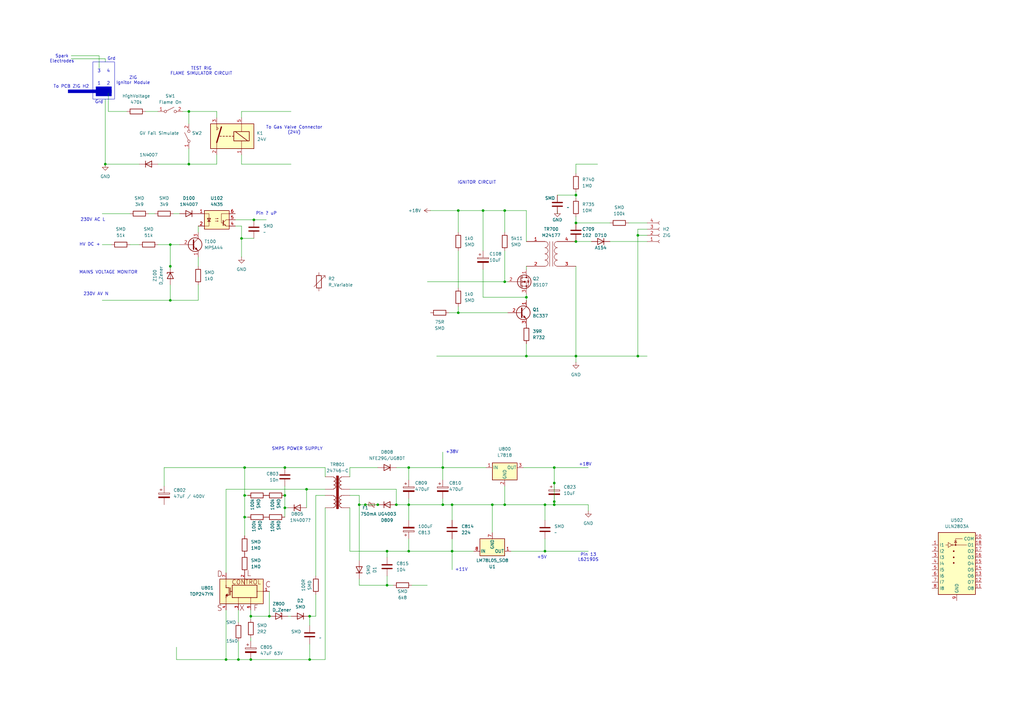
<source format=kicad_sch>
(kicad_sch (version 20231120) (generator "eeschema") (generator_version "8.0")
  (paper "A3")
  (title_block (title "GlowWorm cxi, hxi & sxi SYMS17.0 PCB") (date "2024-12-28") (rev "V1.0") (comment 1 "My Best Guess - So Check Carefully!!"))
  (lib_symbols
    (symbol "Connector:Conn_01x04_Socket" (pin_names (offset 1.016) hide)
      (property "Reference" "J" (at 0 5.08 0))
      (property "Value" "Conn_01x04_Socket" (at 0 -7.62 0))
      (symbol "Conn_01x04_Socket_1_1"
        (pin passive line (at -5.08 2.54 0) (length 3.81) (name "Pin_1") (number "1"))
        (pin passive line (at -5.08 0 0) (length 3.81) (name "Pin_2") (number "2"))
        (pin passive line (at -5.08 -2.54 0) (length 3.81) (name "Pin_3") (number "3"))
        (pin passive line (at -5.08 -5.08 0) (length 3.81) (name "Pin_4") (number "4"))
      )
    )
    (symbol "Device:C" (pin_numbers hide) (pin_names (offset 0.254))
      (property "Reference" "C" (at 0.635 2.54 0))
      (property "Value" "C" (at 0.635 -2.54 0))
      (symbol "C_1_1"
        (pin passive line (at 0 3.81 270) (length 2.794) (name "~") (number "1"))
        (pin passive line (at 0 -3.81 90) (length 2.794) (name "~") (number "2"))
      )
    )
    (symbol "Device:C_Polarized" (pin_numbers hide) (pin_names (offset 0.254))
      (property "Reference" "C" (at 0.635 2.54 0))
      (property "Value" "C_Polarized" (at 0.635 -2.54 0))
      (symbol "C_Polarized_1_1"
        (pin passive line (at 0 3.81 270) (length 2.794) (name "~") (number "1"))
        (pin passive line (at 0 -3.81 90) (length 2.794) (name "~") (number "2"))
      )
    )
    (symbol "Device:D" (pin_numbers hide) (pin_names (offset 1.016) hide)
      (property "Reference" "D" (at 0 2.54 0))
      (property "Value" "D" (at 0 -2.54 0))
      (symbol "D_1_1"
        (pin passive line (at -3.81 0 0) (length 2.54) (name "K") (number "1"))
        (pin passive line (at 3.81 0 180) (length 2.54) (name "A") (number "2"))
      )
    )
    (symbol "Device:D_Zener" (pin_numbers hide) (pin_names (offset 1.016) hide)
      (property "Reference" "D" (at 0 2.54 0))
      (property "Value" "D_Zener" (at 0 -2.54 0))
      (symbol "D_Zener_1_1"
        (pin passive line (at -3.81 0 0) (length 2.54) (name "K") (number "1"))
        (pin passive line (at 3.81 0 180) (length 2.54) (name "A") (number "2"))
      )
    )
    (symbol "Device:Polyfuse_Small" (pin_numbers hide) (pin_names (offset 0))
      (property "Reference" "F" (at -1.905 0 90))
      (property "Value" "Polyfuse_Small" (at 1.905 0 90))
      (symbol "Polyfuse_Small_1_1"
        (pin passive line (at 0 2.54 270) (length 0.635) (name "~") (number "1"))
        (pin passive line (at 0 -2.54 90) (length 0.635) (name "~") (number "2"))
      )
    )
    (symbol "Device:R" (pin_numbers hide) (pin_names (offset 0))
      (property "Reference" "R" (at 2.032 0 90))
      (property "Value" "R" (at 0 0 90))
      (symbol "R_1_1"
        (pin passive line (at 0 3.81 270) (length 1.27) (name "~") (number "1"))
        (pin passive line (at 0 -3.81 90) (length 1.27) (name "~") (number "2"))
      )
    )
    (symbol "Device:R_Variable" (pin_numbers hide) (pin_names (offset 0))
      (property "Reference" "R" (at 2.54 -2.54 90))
      (property "Value" "R_Variable" (at -2.54 -1.27 90))
      (symbol "R_Variable_1_1"
        (pin passive line (at 0 3.81 270) (length 1.27) (name "~") (number "1"))
        (pin passive line (at 0 -3.81 90) (length 1.27) (name "~") (number "2"))
      )
    )
    (symbol "Device:Transformer_1P_1S" (pin_names (offset 1.016) hide)
      (property "Reference" "T" (at 0 6.35 0))
      (property "Value" "Transformer_1P_1S" (at 0 -7.62 0))
      (symbol "Transformer_1P_1S_1_1"
        (pin passive line (at -10.16 5.08 0) (length 7.62) (name "AA") (number "1"))
        (pin passive line (at -10.16 -5.08 0) (length 7.62) (name "AB") (number "2"))
        (pin passive line (at 10.16 -5.08 180) (length 7.62) (name "SA") (number "3"))
        (pin passive line (at 10.16 5.08 180) (length 7.62) (name "SB") (number "4"))
      )
    )
    (symbol "Diode:1N4007" (pin_numbers hide) (pin_names hide)
      (property "Reference" "D" (at 0 2.54 0))
      (property "Value" "1N4007" (at 0 -2.54 0))
      (symbol "1N4007_1_1"
        (pin passive line (at -3.81 0 0) (length 2.54) (name "K") (number "1"))
        (pin passive line (at 3.81 0 180) (length 2.54) (name "A") (number "2"))
      )
    )
    (symbol "Diode:1N5400" (pin_numbers hide) (pin_names hide)
      (property "Reference" "D" (at 0 2.54 0))
      (property "Value" "1N5400" (at 0 -2.54 0))
      (symbol "1N5400_1_1"
        (pin passive line (at -3.81 0 0) (length 2.54) (name "K") (number "1"))
        (pin passive line (at 3.81 0 180) (length 2.54) (name "A") (number "2"))
      )
    )
    (symbol "Isolator:4N35" (pin_names (offset 1.016))
      (property "Reference" "U" (at -5.08 5.08 0))
      (property "Value" "4N35" (at 0 5.08 0))
      (symbol "4N35_1_1"
        (pin passive line (at -7.62 2.54 0) (length 2.54) (name "~") (number "1"))
        (pin passive line (at -7.62 -2.54 0) (length 2.54) (name "~") (number "2"))
        (pin no_connect line (at -5.08 0 0) (length 2.54) hide (name "NC") (number "3"))
        (pin passive line (at 7.62 -2.54 180) (length 2.54) (name "~") (number "4"))
        (pin passive line (at 7.62 0 180) (length 2.54) (name "~") (number "5"))
        (pin passive line (at 7.62 2.54 180) (length 2.54) (name "~") (number "6"))
      )
    )
    (symbol "Regulator_Linear:L7818" (pin_names (offset 0.254))
      (property "Reference" "U" (at -3.81 3.175 0))
      (property "Value" "L7818" (at 0 3.175 0))
      (symbol "L7818_1_1"
        (pin power_in line (at -7.62 0 0) (length 2.54) (name "IN") (number "1"))
        (pin power_in line (at 0 -7.62 90) (length 2.54) (name "GND") (number "2"))
        (pin power_out line (at 7.62 0 180) (length 2.54) (name "OUT") (number "3"))
      )
    )
    (symbol "Regulator_Linear:LM78L05_SO8" (pin_names (offset 0.254))
      (property "Reference" "U" (at -3.81 3.175 0))
      (property "Value" "LM78L05_SO8" (at 0 3.175 0))
      (symbol "LM78L05_SO8_1_1"
        (pin power_out line (at 7.62 0 180) (length 2.54) (name "OUT") (number "1"))
        (pin passive line (at 0 -7.62 90) (length 2.54) hide (name "GND") (number "2"))
        (pin passive line (at 0 -7.62 90) (length 2.54) hide (name "GND") (number "3"))
        (pin no_connect line (at -5.08 -2.54 0) (length 2.54) hide (name "NC") (number "4"))
        (pin no_connect line (at 5.08 -2.54 180) (length 2.54) hide (name "NC") (number "5"))
        (pin passive line (at 0 -7.62 90) (length 2.54) hide (name "GND") (number "6"))
        (pin power_in line (at 0 -7.62 90) (length 2.54) (name "GND") (number "7"))
        (pin power_in line (at -7.62 0 0) (length 2.54) (name "IN") (number "8"))
      )
    )
    (symbol "Relay:G5Q-1A"
      (property "Reference" "K" (at 8.89 3.81 0))
      (property "Value" "G5Q-1A" (at 8.89 1.27 0))
      (symbol "G5Q-1A_1_1"
        (pin passive line (at -5.08 -7.62 90) (length 2.54) (name "~") (number "1"))
        (pin passive line (at 5.08 -7.62 90) (length 2.54) (name "~") (number "2"))
        (pin passive line (at 5.08 7.62 270) (length 2.54) (name "~") (number "3"))
        (pin passive line (at -5.08 7.62 270) (length 2.54) (name "~") (number "5"))
      )
    )
    (symbol "Switch:SW_SPST" (pin_names (offset 0) hide)
      (property "Reference" "SW" (at 0 3.175 0))
      (property "Value" "SW_SPST" (at 0 -2.54 0))
      (symbol "SW_SPST_1_1"
        (pin passive line (at -5.08 0 0) (length 2.54) (name "A") (number "1"))
        (pin passive line (at 5.08 0 180) (length 2.54) (name "B") (number "2"))
      )
    )
    (symbol "TOP247YN:TOP247YN" (pin_names (offset 1.016))
      (property "Reference" "U801" (at -2.54 -6.1884 0))
      (property "Value" "TOP247YN" (at -2.54 -8.7284 0))
      (symbol "TOP247YN_0_0"
        (text "C" (at 18.542 -6.096 0) (effects (font (size 2.286 2.286)) (justify left bottom)))
        (text "CONTROL" (at 4.826 -4.826 0) (effects (font (size 1.778 1.778)) (justify left bottom)))
        (text "D" (at -1.27 -1.778 0) (effects (font (size 2.286 2.286)) (justify left bottom)))
        (text "F" (at 13.716 -15.748 0) (effects (font (size 2.286 2.286)) (justify left bottom)))
        (text "L" (at 10.922 -1.524 0) (effects (font (size 2.286 2.286)) (justify left bottom)))
        (text "S" (at -1.27 -15.748 0) (effects (font (size 2.286 2.286)) (justify left bottom)))
        (text "X" (at 7.874 -15.748 0) (effects (font (size 2.286 2.286)) (justify left bottom)))
        (pin input line (at 20.32 -7.62 180) (length 2.54) (name "~") (number "1"))
        (pin input line (at 10.16 0 270) (length 2.54) (name "~") (number "2"))
        (pin input line (at 7.62 -15.24 90) (length 2.54) (name "~") (number "3"))
        (pin passive line (at 2.54 -15.24 90) (length 2.54) (name "~") (number "4"))
        (pin input line (at 12.7 -15.24 90) (length 2.54) (name "~") (number "5"))
        (pin passive line (at 2.54 0 270) (length 2.54) (name "~") (number "7"))
      )
    )
    (symbol "Transformer:TRANSF6" (pin_numbers hide) (pin_names (offset 0))
      (property "Reference" "TR" (at 0 10.16 0))
      (property "Value" "TRANSF6" (at 0 -7.62 0))
      (symbol "TRANSF6_1_1"
        (pin passive line (at -5.08 7.62 0) (length 2.54) (name "~") (number "1"))
        (pin passive line (at -5.08 2.54 0) (length 2.54) (name "~") (number "2"))
        (pin passive line (at -5.08 0 0) (length 2.54) (name "~") (number "3"))
        (pin passive line (at -5.08 -5.08 0) (length 2.54) (name "~") (number "4"))
        (pin passive line (at 5.08 -5.08 180) (length 2.54) (name "~") (number "5"))
        (pin passive line (at 5.08 0 180) (length 2.54) (name "~") (number "6"))
        (pin passive line (at 5.08 2.54 180) (length 2.54) (name "~") (number "7"))
        (pin passive line (at 5.08 7.62 180) (length 2.54) (name "~") (number "8"))
      )
    )
    (symbol "Transistor_Array:ULN2803A"
      (property "Reference" "U" (at 0 13.335 0))
      (property "Value" "ULN2803A" (at 0 11.43 0))
      (symbol "ULN2803A_1_1"
        (pin input line (at -10.16 5.08 0) (length 2.54) (name "I1") (number "1"))
        (pin passive line (at 10.16 7.62 180) (length 2.54) (name "COM") (number "10"))
        (pin open_collector line (at 10.16 -12.7 180) (length 2.54) (name "O8") (number "11"))
        (pin open_collector line (at 10.16 -10.16 180) (length 2.54) (name "O7") (number "12"))
        (pin open_collector line (at 10.16 -7.62 180) (length 2.54) (name "O6") (number "13"))
        (pin open_collector line (at 10.16 -5.08 180) (length 2.54) (name "O5") (number "14"))
        (pin open_collector line (at 10.16 -2.54 180) (length 2.54) (name "O4") (number "15"))
        (pin open_collector line (at 10.16 0 180) (length 2.54) (name "O3") (number "16"))
        (pin open_collector line (at 10.16 2.54 180) (length 2.54) (name "O2") (number "17"))
        (pin open_collector line (at 10.16 5.08 180) (length 2.54) (name "O1") (number "18"))
        (pin input line (at -10.16 2.54 0) (length 2.54) (name "I2") (number "2"))
        (pin input line (at -10.16 0 0) (length 2.54) (name "I3") (number "3"))
        (pin input line (at -10.16 -2.54 0) (length 2.54) (name "I4") (number "4"))
        (pin input line (at -10.16 -5.08 0) (length 2.54) (name "I5") (number "5"))
        (pin input line (at -10.16 -7.62 0) (length 2.54) (name "I6") (number "6"))
        (pin input line (at -10.16 -10.16 0) (length 2.54) (name "I7") (number "7"))
        (pin input line (at -10.16 -12.7 0) (length 2.54) (name "I8") (number "8"))
        (pin power_in line (at 0 -17.78 90) (length 2.54) (name "GND") (number "9"))
      )
    )
    (symbol "Transistor_BJT:BC337" (pin_names (offset 0) hide)
      (property "Reference" "Q" (at 5.08 1.905 0))
      (property "Value" "BC337" (at 5.08 0 0))
      (symbol "BC337_1_1"
        (pin passive line (at 2.54 5.08 270) (length 2.54) (name "C") (number "1"))
        (pin input line (at -5.08 0 0) (length 5.08) (name "B") (number "2"))
        (pin passive line (at 2.54 -5.08 90) (length 2.54) (name "E") (number "3"))
      )
    )
    (symbol "Transistor_BJT:MPSA42" (pin_names (offset 1.016) hide)
      (property "Reference" "Q" (at 5.08 1.905 0))
      (property "Value" "MPSA42" (at 5.08 0 0))
      (symbol "MPSA42_1_1"
        (pin passive line (at 2.54 -5.08 90) (length 2.54) (name "E") (number "1"))
        (pin input line (at -5.08 0 0) (length 5.08) (name "B") (number "2"))
        (pin passive line (at 2.54 5.08 270) (length 2.54) (name "C") (number "3"))
      )
    )
    (symbol "Transistor_FET:BS107" (pin_names hide)
      (property "Reference" "Q" (at 5.08 1.905 0))
      (property "Value" "BS107" (at 5.08 0 0))
      (symbol "BS107_1_1"
        (pin passive line (at 2.54 5.08 270) (length 2.54) (name "D") (number "1"))
        (pin input line (at -5.08 0 0) (length 2.54) (name "G") (number "2"))
        (pin passive line (at 2.54 -5.08 90) (length 2.54) (name "S") (number "3"))
      )
    )
    (symbol "power:+36V" (power) (pin_numbers hide) (pin_names (offset 0) hide)
      (property "Value" "+36V" (at 0 3.556 0))
      (symbol "+36V_1_1"
        (pin power_in line (at 0 0 90) (length 0) (name "~") (number "1"))
      )
    )
    (symbol "power:GND" (power) (pin_numbers hide) (pin_names (offset 0) hide)
      (property "Value" "GND" (at 0 -3.81 0))
      (symbol "GND_1_1"
        (pin power_in line (at 0 0 270) (length 0) (name "~") (number "1"))
      )
    )
  )
  (junction (at 69.85 123.19))
  (junction (at 167.64 191.77))
  (junction (at 69.85 109.22))
  (junction (at 167.64 207.01))
  (junction (at 158.75 226.06))
  (junction (at 102.87 270.51))
  (junction (at 201.93 207.01))
  (junction (at 261.62 146.05))
  (junction (at 236.22 146.05))
  (junction (at 198.12 86.36))
  (junction (at 236.22 91.44))
  (junction (at 149.86 207.01))
  (junction (at 92.71 270.51))
  (junction (at 154.94 207.01))
  (junction (at 236.22 80.01))
  (junction (at 77.47 45.72))
  (junction (at 223.52 207.01))
  (junction (at 158.75 240.03))
  (junction (at 167.64 226.06))
  (junction (at 207.01 115.57))
  (junction (at 207.01 86.36))
  (junction (at 100.33 203.2))
  (junction (at 43.18 67.31))
  (junction (at 181.61 207.01))
  (junction (at 125.73 200.66))
  (junction (at 100.33 191.77))
  (junction (at 227.33 198.12))
  (junction (at 69.85 100.33))
  (junction (at 261.62 96.52))
  (junction (at 223.52 226.06))
  (junction (at 116.84 191.77))
  (junction (at 116.84 203.2))
  (junction (at 116.84 208.28))
  (junction (at 127 252.73))
  (junction (at 99.06 97.79))
  (junction (at 97.79 270.51))
  (junction (at 110.49 252.73))
  (junction (at 185.42 226.06))
  (junction (at 215.9 146.05))
  (junction (at 102.87 252.73))
  (junction (at 181.61 191.77))
  (junction (at 127 270.51))
  (junction (at 187.96 86.36))
  (junction (at 77.47 67.31))
  (junction (at 147.32 207.01))
  (junction (at 207.01 207.01))
  (junction (at 100.33 212.09))
  (junction (at 185.42 207.01))
  (junction (at 104.14 90.17))
  (junction (at 236.22 99.06))
  (junction (at 227.33 205.74))
  (junction (at 215.9 121.92))
  (junction (at 162.56 207.01))
  (junction (at 227.33 207.01))
  (junction (at 227.33 191.77))
  (junction (at 187.96 128.27))
  (wire (pts (xy 181.61 191.77) (xy 199.39 191.77)))
  (wire (pts (xy 116.84 203.2) (xy 116.84 208.28)))
  (wire (pts (xy 236.22 71.12) (xy 236.22 67.31)))
  (wire (pts (xy 223.52 226.06) (xy 241.3 226.06)))
  (wire (pts (xy 88.9 45.72) (xy 88.9 48.26)))
  (wire (pts (xy 185.42 207.01) (xy 185.42 213.36)))
  (wire (pts (xy 185.42 226.06) (xy 185.42 233.68)))
  (wire (pts (xy 41.91 123.19) (xy 69.85 123.19)))
  (wire (pts (xy 227.33 207.01) (xy 241.3 207.01)))
  (wire (pts (xy 215.9 146.05) (xy 215.9 140.97)))
  (wire (pts (xy 185.42 226.06) (xy 194.31 226.06)))
  (wire (pts (xy 64.77 67.31) (xy 77.47 67.31)))
  (wire (pts (xy 167.64 226.06) (xy 185.42 226.06)))
  (wire (pts (xy 167.64 226.06) (xy 167.64 220.98)))
  (wire (pts (xy 181.61 207.01) (xy 185.42 207.01)))
  (wire (pts (xy 96.52 90.17) (xy 104.14 90.17)))
  (wire (pts (xy 147.32 207.01) (xy 149.86 207.01)))
  (wire (pts (xy 69.85 109.22) (xy 69.85 110.49)))
  (wire (pts (xy 207.01 102.87) (xy 207.01 115.57)))
  (wire (pts (xy 167.64 207.01) (xy 181.61 207.01)))
  (wire (pts (xy 72.39 270.51) (xy 72.39 265.43)))
  (wire (pts (xy 99.06 97.79) (xy 104.14 97.79)))
  (wire (pts (xy 236.22 146.05) (xy 236.22 148.59)))
  (wire (pts (xy 64.77 100.33) (xy 69.85 100.33)))
  (wire (pts (xy 43.18 67.31) (xy 57.15 67.31)))
  (wire (pts (xy 127 252.73) (xy 127 256.54)))
  (wire (pts (xy 167.64 207.01) (xy 167.64 213.36)))
  (wire (pts (xy 100.33 219.71) (xy 100.33 212.09)))
  (wire (pts (xy 92.71 270.51) (xy 97.79 270.51)))
  (wire (pts (xy 71.12 87.63) (xy 73.66 87.63)))
  (wire (pts (xy 129.54 203.2) (xy 133.35 203.2)))
  (wire (pts (xy 102.87 270.51) (xy 127 270.51)))
  (wire (pts (xy 147.32 240.03) (xy 147.32 237.49)))
  (wire (pts (xy 100.33 212.09) (xy 100.33 203.2)))
  (wire (pts (xy 133.35 208.28) (xy 133.35 270.51)))
  (wire (pts (xy 265.43 93.98) (xy 261.62 93.98)))
  (wire (pts (xy 158.75 236.22) (xy 158.75 240.03)))
  (wire (pts (xy 227.33 191.77) (xy 241.3 191.77)))
  (wire (pts (xy 261.62 96.52) (xy 261.62 146.05)))
  (wire (pts (xy 102.87 252.73) (xy 102.87 250.19)))
  (wire (pts (xy 69.85 100.33) (xy 69.85 109.22)))
  (wire (pts (xy 167.64 191.77) (xy 167.64 196.85)))
  (wire (pts (xy 250.19 91.44) (xy 236.22 91.44)))
  (wire (pts (xy 143.51 195.58) (xy 143.51 191.77)))
  (wire (pts (xy 201.93 207.01) (xy 207.01 207.01)))
  (wire (pts (xy 198.12 86.36) (xy 207.01 86.36)))
  (wire (pts (xy 99.06 97.79) (xy 99.06 105.41)))
  (wire (pts (xy 100.33 191.77) (xy 116.84 191.77)))
  (wire (pts (xy 99.06 45.72) (xy 119.38 45.72)))
  (wire (pts (xy 67.31 191.77) (xy 67.31 199.39)))
  (wire (pts (xy 236.22 80.01) (xy 236.22 81.28)))
  (wire (pts (xy 92.71 250.19) (xy 92.71 270.51)))
  (wire (pts (xy 97.79 250.19) (xy 97.79 255.27)))
  (wire (pts (xy 69.85 123.19) (xy 69.85 116.84)))
  (wire (pts (xy 257.81 91.44) (xy 265.43 91.44)))
  (wire (pts (xy 187.96 128.27) (xy 208.28 128.27)))
  (wire (pts (xy 125.73 200.66) (xy 133.35 200.66)))
  (wire (pts (xy 167.64 191.77) (xy 181.61 191.77)))
  (wire (pts (xy 81.28 92.71) (xy 81.28 95.25)))
  (wire (pts (xy 43.18 24.13) (xy 43.18 25.4)))
  (wire (pts (xy 162.56 191.77) (xy 167.64 191.77)))
  (wire (pts (xy 215.9 86.36) (xy 215.9 99.06)))
  (wire (pts (xy 227.33 205.74) (xy 227.33 207.01)))
  (wire (pts (xy 236.22 78.74) (xy 236.22 80.01)))
  (wire (pts (xy 149.86 207.01) (xy 154.94 207.01)))
  (wire (pts (xy 81.28 123.19) (xy 81.28 116.84)))
  (wire (pts (xy 223.52 213.36) (xy 223.52 207.01)))
  (wire (pts (xy 175.26 115.57) (xy 207.01 115.57)))
  (wire (pts (xy 143.51 208.28) (xy 143.51 226.06)))
  (wire (pts (xy 143.51 226.06) (xy 158.75 226.06)))
  (wire (pts (xy 99.06 92.71) (xy 99.06 97.79)))
  (wire (pts (xy 127 270.51) (xy 133.35 270.51)))
  (wire (pts (xy 158.75 226.06) (xy 158.75 228.6)))
  (wire (pts (xy 215.9 121.92) (xy 215.9 120.65)))
  (wire (pts (xy 99.06 48.26) (xy 99.06 45.72)))
  (wire (pts (xy 187.96 102.87) (xy 187.96 118.11)))
  (wire (pts (xy 110.49 242.57) (xy 110.49 252.73)))
  (wire (pts (xy 72.39 270.51) (xy 92.71 270.51)))
  (wire (pts (xy 184.15 128.27) (xy 187.96 128.27)))
  (wire (pts (xy 227.33 191.77) (xy 227.33 198.12)))
  (wire (pts (xy 223.52 207.01) (xy 227.33 207.01)))
  (wire (pts (xy 99.06 92.71) (xy 96.52 92.71)))
  (wire (pts (xy 236.22 67.31) (xy 245.11 67.31)))
  (wire (pts (xy 116.84 208.28) (xy 116.84 212.09)))
  (wire (pts (xy 143.51 191.77) (xy 154.94 191.77)))
  (wire (pts (xy 209.55 226.06) (xy 223.52 226.06)))
  (wire (pts (xy 40.64 22.86) (xy 40.64 27.94)))
  (wire (pts (xy 158.75 226.06) (xy 167.64 226.06)))
  (wire (pts (xy 198.12 121.92) (xy 215.9 121.92)))
  (wire (pts (xy 147.32 240.03) (xy 158.75 240.03)))
  (wire (pts (xy 181.61 185.42) (xy 181.61 191.77)))
  (wire (pts (xy 118.11 252.73) (xy 119.38 252.73)))
  (wire (pts (xy 110.49 252.73) (xy 102.87 252.73)))
  (wire (pts (xy 179.07 146.05) (xy 215.9 146.05)))
  (wire (pts (xy 102.87 261.62) (xy 102.87 262.89)))
  (wire (pts (xy 44.45 38.1) (xy 44.45 45.72)))
  (wire (pts (xy 99.06 63.5) (xy 99.06 67.31)))
  (wire (pts (xy 198.12 121.92) (xy 198.12 110.49)))
  (wire (pts (xy 97.79 270.51) (xy 102.87 270.51)))
  (wire (pts (xy 215.9 146.05) (xy 236.22 146.05)))
  (wire (pts (xy 69.85 123.19) (xy 81.28 123.19)))
  (wire (pts (xy 100.33 203.2) (xy 100.33 191.77)))
  (wire (pts (xy 176.53 86.36) (xy 187.96 86.36)))
  (wire (pts (xy 207.01 207.01) (xy 223.52 207.01)))
  (wire (pts (xy 74.93 45.72) (xy 77.47 45.72)))
  (wire (pts (xy 214.63 191.77) (xy 227.33 191.77)))
  (wire (pts (xy 228.6 86.36) (xy 228.6 87.63)))
  (wire (pts (xy 187.96 95.25) (xy 187.96 86.36)))
  (wire (pts (xy 187.96 125.73) (xy 187.96 128.27)))
  (wire (pts (xy 99.06 67.31) (xy 119.38 67.31)))
  (wire (pts (xy 67.31 191.77) (xy 100.33 191.77)))
  (wire (pts (xy 236.22 88.9) (xy 236.22 91.44)))
  (wire (pts (xy 236.22 109.22) (xy 236.22 146.05)))
  (wire (pts (xy 207.01 86.36) (xy 215.9 86.36)))
  (wire (pts (xy 29.21 22.86) (xy 40.64 22.86)))
  (wire (pts (xy 104.14 90.17) (xy 109.22 90.17)))
  (wire (pts (xy 147.32 203.2) (xy 147.32 207.01)))
  (wire (pts (xy 201.93 218.44) (xy 201.93 207.01)))
  (wire (pts (xy 129.54 203.2) (xy 129.54 236.22)))
  (wire (pts (xy 53.34 100.33) (xy 57.15 100.33)))
  (wire (pts (xy 181.61 191.77) (xy 181.61 196.85)))
  (wire (pts (xy 241.3 207.01) (xy 241.3 209.55)))
  (wire (pts (xy 236.22 146.05) (xy 261.62 146.05)))
  (wire (pts (xy 158.75 240.03) (xy 161.29 240.03)))
  (wire (pts (xy 215.9 109.22) (xy 215.9 110.49)))
  (wire (pts (xy 92.71 200.66) (xy 125.73 200.66)))
  (wire (pts (xy 236.22 99.06) (xy 242.57 99.06)))
  (wire (pts (xy 168.91 240.03) (xy 175.26 240.03)))
  (wire (pts (xy 77.47 67.31) (xy 88.9 67.31)))
  (wire (pts (xy 187.96 86.36) (xy 198.12 86.36)))
  (wire (pts (xy 29.21 24.13) (xy 43.18 24.13)))
  (wire (pts (xy 207.01 199.39) (xy 207.01 207.01)))
  (wire (pts (xy 198.12 86.36) (xy 198.12 102.87)))
  (wire (pts (xy 77.47 45.72) (xy 88.9 45.72)))
  (wire (pts (xy 129.54 252.73) (xy 127 252.73)))
  (wire (pts (xy 207.01 115.57) (xy 208.28 115.57)))
  (wire (pts (xy 116.84 199.39) (xy 116.84 203.2)))
  (wire (pts (xy 181.61 207.01) (xy 181.61 204.47)))
  (wire (pts (xy 162.56 207.01) (xy 167.64 207.01)))
  (wire (pts (xy 97.79 262.89) (xy 97.79 270.51)))
  (wire (pts (xy 127 264.16) (xy 127 270.51)))
  (wire (pts (xy 261.62 146.05) (xy 265.43 146.05)))
  (wire (pts (xy 227.33 205.74) (xy 227.33 198.12)))
  (wire (pts (xy 41.91 87.63) (xy 53.34 87.63)))
  (wire (pts (xy 261.62 96.52) (xy 265.43 96.52)))
  (wire (pts (xy 261.62 93.98) (xy 261.62 96.52)))
  (wire (pts (xy 116.84 191.77) (xy 133.35 191.77)))
  (wire (pts (xy 77.47 45.72) (xy 77.47 50.8)))
  (wire (pts (xy 77.47 60.96) (xy 77.47 67.31)))
  (wire (pts (xy 43.18 67.31) (xy 43.18 40.64)))
  (wire (pts (xy 207.01 95.25) (xy 207.01 86.36)))
  (wire (pts (xy 102.87 254) (xy 102.87 252.73)))
  (wire (pts (xy 167.64 204.47) (xy 167.64 207.01)))
  (wire (pts (xy 52.07 45.72) (xy 44.45 45.72)))
  (wire (pts (xy 215.9 121.92) (xy 215.9 123.19)))
  (wire (pts (xy 81.28 105.41) (xy 81.28 109.22)))
  (wire (pts (xy 147.32 207.01) (xy 147.32 229.87)))
  (wire (pts (xy 69.85 100.33) (xy 73.66 100.33)))
  (wire (pts (xy 228.6 80.01) (xy 236.22 80.01)))
  (wire (pts (xy 92.71 200.66) (xy 92.71 234.95)))
  (wire (pts (xy 60.96 87.63) (xy 63.5 87.63)))
  (wire (pts (xy 133.35 191.77) (xy 133.35 195.58)))
  (wire (pts (xy 143.51 200.66) (xy 162.56 200.66)))
  (wire (pts (xy 100.33 212.09) (xy 101.6 212.09)))
  (wire (pts (xy 88.9 63.5) (xy 88.9 67.31)))
  (wire (pts (xy 125.73 200.66) (xy 125.73 208.28)))
  (wire (pts (xy 162.56 200.66) (xy 162.56 207.01)))
  (wire (pts (xy 129.54 243.84) (xy 129.54 252.73)))
  (wire (pts (xy 185.42 226.06) (xy 185.42 220.98)))
  (wire (pts (xy 116.84 208.28) (xy 118.11 208.28)))
  (wire (pts (xy 185.42 207.01) (xy 201.93 207.01)))
  (wire (pts (xy 250.19 99.06) (xy 265.43 99.06)))
  (wire (pts (xy 100.33 203.2) (xy 101.6 203.2)))
  (wire (pts (xy 41.91 100.33) (xy 45.72 100.33)))
  (wire (pts (xy 143.51 203.2) (xy 147.32 203.2)))
  (wire (pts (xy 223.52 226.06) (xy 223.52 220.98)))
  (wire (pts (xy 59.69 45.72) (xy 64.77 45.72)))
  (rectangle (start 38.1 25.4) (end 46.99 40.64))
  (rectangle (start 39.37 35.56) (end 45.72 39.37) (fill (type color) (color 0 0 194 1)))
  (rectangle (start 43.18 35.56) (end 44.45 35.56))
  (rectangle (start 27.94 36.83) (end 45.72 38.1) (fill (type color) (color 0 0 194 1)))
  (text "ZIG\nIgnitor Module" (at 54.61 33.02 0) (effects (font (size 1.27 1.27))))
  (text "Grd" (at 45.72 24.13 0) (effects (font (size 1.27 1.27))))
  (text "SMPS POWER SUPPLY" (at 121.92 184.15 0) (effects (font (size 1.27 1.27))))
  (text "+5V" (at 222.25 228.6 0) (effects (font (size 1.27 1.27))))
  (text "Pin 13\nL6219DS" (at 241.3 228.6 0) (effects (font (size 1.27 1.27))))
  (text "+38V" (at 185.42 185.42 0) (effects (font (size 1.27 1.27))))
  (text "To PCB ZIG H2" (at 29.21 35.56 0) (effects (font (size 1.27 1.27))))
  (text "230V AC L" (at 38.1 90.17 0) (effects (font (size 1.27 1.27))))
  (text "Spark\nElectrodes" (at 25.4 24.13 0) (effects (font (size 1.27 1.27))))
  (text "4" (at 44.45 29.21 0) (effects (font (size 1.27 1.27))))
  (text "1" (at 40.64 34.29 0) (effects (font (size 1.27 1.27))))
  (text "Pin ? uP" (at 109.22 87.63 0) (effects (font (size 1.27 1.27))))
  (text "+11V" (at 189.23 233.68 0) (effects (font (size 1.27 1.27))))
  (text "MAINS VOLTAGE MONITOR" (at 44.45 111.76 0) (effects (font (size 1.27 1.27))))
  (text "To Gas Valve Connector\n(24V)" (at 120.65 53.34 0) (effects (font (size 1.27 1.27))))
  (text "Grd" (at 40.64 41.91 0) (effects (font (size 1.27 1.27))))
  (text "230V AV N" (at 39.37 120.65 0) (effects (font (size 1.27 1.27))))
  (text "IGNITOR CIRCUIT" (at 195.58 74.93 0) (effects (font (size 1.27 1.27))))
  (text "+18V" (at 240.03 190.5 0) (effects (font (size 1.27 1.27))))
  (text "HV DC +" (at 36.83 100.33 0) (effects (font (size 1.27 1.27))))
  (text "TEST RIG\nFLAME SIMULATOR CIRCUIT" (at 82.55 29.21 0) (effects (font (size 1.27 1.27))))
  (text "2" (at 44.45 34.29 0) (effects (font (size 1.27 1.27))))
  (text "3" (at 40.64 29.21 0) (effects (font (size 1.27 1.27))))
  (symbol (lib_id "Device:R") (at 60.96 100.33 270) (unit 1)
    (property "Reference" "SMD" (at 60.96 93.98 90))
    (property "Value" "51k" (at 60.96 96.52 90))
    (property "Description" "Resistor" (effects (hide yes)))
  )
  (symbol (lib_id "Device:R") (at 187.96 121.92 0) (mirror x) (unit 1)
    (property "Reference" "SMD" (at 190.5 123.1901 0) (effects (justify left)))
    (property "Value" "1k0" (at 190.5 120.6501 0) (effects (justify left)))
    (property "Description" "Resistor" (effects (hide yes)))
  )
  (symbol (lib_id "Isolator:4N35") (at 88.9 90.17 0) (unit 1)
    (property "Reference" "U102" (at 88.9 81.28 0))
    (property "Value" "4N35" (at 88.9 83.82 0))
    (property "Footprint" "Package_DIP:DIP-6_W7.62mm" (effects (hide yes)))
    (property "Datasheet" "https://www.vishay.com/docs/81181/4n35.pdf" (effects (hide yes)))
    (property "Description" "Optocoupler, Phototransistor Output, with Base Connection, Vce 70V, CTR 100%, Viso 5000V, DIP6" (effects (hide yes)))
  )
  (symbol (lib_id "Device:C") (at 104.14 93.98 0) (unit 1)
    (property "Reference" "SMD" (at 107.95 92.7099 0) (effects (justify left)))
    (property "Value" "~" (at 107.95 95.2499 0) (effects (justify left)))
    (property "Description" "Unpolarized capacitor" (effects (hide yes)))
  )
  (symbol (lib_id "power:GND") (at 236.22 148.59 0) (unit 1)
    (property "Reference" "#PWR05" (effects (hide yes)))
    (property "Value" "GND" (at 236.22 153.67 0))
    (property "Description" "Power symbol creates a global label with name \"GND\" , ground" (effects (hide yes)))
  )
  (symbol (lib_id "Device:C") (at 223.52 217.17 0) (unit 1)
    (property "Reference" "SMD" (at 227.33 215.9 0) (effects (justify left)))
    (property "Value" "~" (at 227.33 218.4399 0) (effects (justify left)))
    (property "Description" "Unpolarized capacitor" (effects (hide yes)))
  )
  (symbol (lib_id "Relay:G5Q-1A") (at 93.98 55.88 0) (mirror y) (unit 1)
    (property "Reference" "K1" (at 107.95 54.61 0) (effects (justify left)))
    (property "Value" "24V" (at 109.22 57.15 0) (effects (justify left)))
    (property "Footprint" "Relay_THT:Relay_SPST_Omron-G5Q-1A" (effects (hide yes)))
    (property "Datasheet" "https://www.omron.com/ecb/products/pdf/en-g5q.pdf" (effects (hide yes)))
    (property "Description" "Omron G5Q relay, Miniature Single Pole, SPST-NO, 10A" (effects (hide yes)))
  )
  (symbol (lib_id "Diode:1N5400") (at 121.92 208.28 0) (unit 1)
    (property "Reference" "D805" (at 121.92 210.82 0))
    (property "Value" "1N4007?" (at 123.19 213.36 0))
    (property "Footprint" "Diode_THT:D_DO-201AD_P15.24mm_Horizontal" (effects (hide yes)))
    (property "Datasheet" "http://www.vishay.com/docs/88516/1n5400.pdf" (effects (hide yes)))
    (property "Description" "50V 3A General Purpose Rectifier Diode, DO-201AD" (effects (hide yes)))
    (property "Sim.Device" "D" (effects (hide yes)))
    (property "Sim.Pins" "1=K 2=A" (effects (hide yes)))
  )
  (symbol (lib_id "Device:R") (at 100.33 231.14 0) (unit 1)
    (property "Reference" "SMD" (at 102.87 229.8699 0) (effects (justify left)))
    (property "Value" "1M0" (at 102.87 232.41 0) (effects (justify left)))
    (property "Description" "Resistor" (effects (hide yes)))
  )
  (symbol (lib_id "Regulator_Linear:L7818") (at 207.01 191.77 0) (unit 1)
    (property "Reference" "U800" (at 207.01 184.15 0))
    (property "Value" "L7818" (at 207.01 186.69 0))
    (property "Datasheet" "http://www.st.com/content/ccc/resource/technical/document/datasheet/41/4f/b3/b0/12/d4/47/88/CD00000444.pdf/files/CD00000444.pdf/jcr:content/translations/en.CD00000444.pdf" (effects (hide yes)))
    (property "Description" "Positive 1.5A 35V Linear Regulator, Fixed Output 18V, TO-220/TO-263/TO-252" (effects (hide yes)))
  )
  (symbol (lib_id "Transistor_Array:ULN2803A") (at 392.43 228.6 0) (unit 1)
    (property "Reference" "U502" (at 392.43 213.36 0))
    (property "Value" "ULN2803A" (at 392.43 215.9 0))
    (property "Datasheet" "http://www.ti.com/lit/ds/symlink/uln2803a.pdf" (effects (hide yes)))
    (property "Description" "Darlington Transistor Arrays, SOIC18/DIP18" (effects (hide yes)))
  )
  (symbol (lib_id "Transistor_FET:BS107") (at 213.36 115.57 0) (unit 1)
    (property "Reference" "Q2" (at 218.44 114.3 0) (effects (justify left)))
    (property "Value" "BS107" (at 218.44 116.84 0) (effects (justify left)))
    (property "Footprint" "Package_TO_SOT_THT:TO-92_Inline" (effects (hide yes)))
    (property "Datasheet" "http://www.onsemi.com/pub_link/Collateral/BS107-D.PDF" (effects (hide yes)))
    (property "Description" "0.25A Id, 200V Vds, N-Channel MOSFET, TO-92" (effects (hide yes)))
  )
  (symbol (lib_id "Diode:1N4007") (at 77.47 87.63 0) (mirror y) (unit 1)
    (property "Reference" "D100" (at 77.47 81.28 0))
    (property "Value" "1N4007" (at 77.47 83.82 0))
    (property "Footprint" "Diode_THT:D_DO-41_SOD81_P10.16mm_Horizontal" (effects (hide yes)))
    (property "Datasheet" "http://www.vishay.com/docs/88503/1n4001.pdf" (effects (hide yes)))
    (property "Description" "1000V 1A General Purpose Rectifier Diode, DO-41" (effects (hide yes)))
    (property "Sim.Device" "D" (effects (hide yes)))
    (property "Sim.Pins" "1=K 2=A" (effects (hide yes)))
  )
  (symbol (lib_id "Transformer:TRANSF6") (at 138.43 203.2 0) (unit 1)
    (property "Reference" "TR801" (at 138.43 190.5 0))
    (property "Value" "24746-C" (at 138.43 193.04 0))
  )
  (symbol (lib_id "Device:Transformer_1P_1S") (at 226.06 104.14 0) (unit 1)
    (property "Reference" "TR700" (at 226.0727 93.98 0))
    (property "Value" "M24177" (at 226.0727 96.52 0))
    (property "Description" "Transformer, single primary, single secondary" (effects (hide yes)))
  )
  (symbol (lib_id "Device:C") (at 236.22 95.25 0) (unit 1)
    (property "Reference" "C709" (at 238.76 93.98 0) (effects (justify left)))
    (property "Value" "102" (at 238.76 96.52 0) (effects (justify left)))
    (property "Description" "Unpolarized capacitor" (effects (hide yes)))
  )
  (symbol (lib_id "Device:R") (at 236.22 74.93 0) (unit 1)
    (property "Reference" "R740" (at 238.76 73.6599 0) (effects (justify left)))
    (property "Value" "1M0" (at 238.76 76.1999 0) (effects (justify left)))
    (property "Description" "Resistor" (effects (hide yes)))
  )
  (symbol (lib_id "Device:R") (at 100.33 223.52 0) (unit 1)
    (property "Reference" "SMD" (at 102.87 222.2499 0) (effects (justify left)))
    (property "Value" "1M0" (at 102.87 224.7899 0) (effects (justify left)))
    (property "Description" "Resistor" (effects (hide yes)))
  )
  (symbol (lib_id "Device:R") (at 129.54 240.03 0) (unit 1)
    (property "Reference" "SMD" (at 127 240.03 90))
    (property "Value" "100R" (at 124.46 240.03 90))
    (property "Description" "Resistor" (effects (hide yes)))
  )
  (symbol (lib_id "Device:Polyfuse_Small") (at 152.4 207.01 90) (mirror x) (unit 1)
    (property "Reference" "F1" (at 149.86 208.28 90))
    (property "Value" "750mA" (at 151.13 210.82 90))
    (property "Description" "Resettable fuse, polymeric positive temperature coefficient, small symbol" (effects (hide yes)))
  )
  (symbol (lib_id "power:+36V") (at 176.53 86.36 90) (mirror x) (unit 1)
    (property "Reference" "#PWR03" (effects (hide yes)))
    (property "Value" "+18V" (at 172.72 86.36 90) (effects (justify left)))
    (property "Description" "Power symbol creates a global label with name \"+36V\"" (effects (hide yes)))
  )
  (symbol (lib_id "Diode:1N5400") (at 123.19 252.73 0) (mirror y) (unit 1)
    (property "Reference" "D2" (at 123.19 246.38 0))
    (property "Value" "SMD" (at 123.19 248.92 0))
    (property "Footprint" "Diode_THT:D_DO-201AD_P15.24mm_Horizontal" (effects (hide yes)))
    (property "Datasheet" "http://www.vishay.com/docs/88516/1n5400.pdf" (effects (hide yes)))
    (property "Description" "50V 3A General Purpose Rectifier Diode, DO-201AD" (effects (hide yes)))
    (property "Sim.Device" "D" (effects (hide yes)))
    (property "Sim.Pins" "1=K 2=A" (effects (hide yes)))
  )
  (symbol (lib_id "Device:C") (at 127 260.35 0) (unit 1)
    (property "Reference" "SMD" (at 119.38 259.08 0) (effects (justify left)))
    (property "Value" "~" (at 130.81 261.6199 0) (effects (justify left)))
    (property "Description" "Unpolarized capacitor" (effects (hide yes)))
  )
  (symbol (lib_id "Device:R") (at 187.96 99.06 0) (mirror x) (unit 1)
    (property "Reference" "SMD" (at 190.5 100.3301 0) (effects (justify left)))
    (property "Value" "1k0" (at 190.5 97.7901 0) (effects (justify left)))
    (property "Description" "Resistor" (effects (hide yes)))
  )
  (symbol (lib_id "Regulator_Linear:LM78L05_SO8") (at 201.93 226.06 0) (mirror x) (unit 1)
    (property "Reference" "U1" (at 201.93 232.41 0))
    (property "Value" "LM78L05_SO8" (at 201.93 229.87 0))
    (property "Footprint" "Package_SO:SOIC-8_3.9x4.9mm_P1.27mm" (effects (hide yes)))
    (property "Datasheet" "https://www.onsemi.com/pub/Collateral/MC78L06A-D.pdf" (effects (hide yes)))
    (property "Description" "Positive 100mA 30V Linear Regulator, Fixed Output 5V, SO-8" (effects (hide yes)))
  )
  (symbol (lib_id "Device:R") (at 102.87 257.81 0) (unit 1)
    (property "Reference" "SMD" (at 105.41 256.5399 0) (effects (justify left)))
    (property "Value" "2R2" (at 105.41 259.0799 0) (effects (justify left)))
    (property "Description" "Resistor" (effects (hide yes)))
  )
  (symbol (lib_id "Device:D") (at 246.38 99.06 0) (mirror y) (unit 1)
    (property "Reference" "D710" (at 246.38 96.52 0))
    (property "Value" "A154" (at 246.38 101.6 0))
    (property "Description" "Diode" (effects (hide yes)))
    (property "Sim.Device" "D" (effects (hide yes)))
    (property "Sim.Pins" "1=K 2=A" (effects (hide yes)))
  )
  (symbol (lib_id "Device:R") (at 165.1 240.03 90) (unit 1)
    (property "Reference" "SMD" (at 165.1 242.57 90))
    (property "Value" "6k8" (at 165.1 245.11 90))
    (property "Description" "Resistor" (effects (hide yes)))
  )
  (symbol (lib_id "Diode:1N5400") (at 147.32 233.68 270) (mirror x) (unit 1)
    (property "Reference" "D1" (at 153.67 233.68 0))
    (property "Value" "SMD" (at 151.13 233.68 0))
    (property "Footprint" "Diode_THT:D_DO-201AD_P15.24mm_Horizontal" (effects (hide yes)))
    (property "Datasheet" "http://www.vishay.com/docs/88516/1n5400.pdf" (effects (hide yes)))
    (property "Description" "50V 3A General Purpose Rectifier Diode, DO-201AD" (effects (hide yes)))
    (property "Sim.Device" "D" (effects (hide yes)))
    (property "Sim.Pins" "1=K 2=A" (effects (hide yes)))
  )
  (symbol (lib_id "Device:R") (at 67.31 87.63 270) (unit 1)
    (property "Reference" "SMD" (at 67.31 81.28 90))
    (property "Value" "3k9" (at 67.31 83.82 90))
    (property "Description" "Resistor" (effects (hide yes)))
  )
  (symbol (lib_id "Device:R") (at 215.9 137.16 0) (mirror x) (unit 1)
    (property "Reference" "R732" (at 218.44 138.4301 0) (effects (justify left)))
    (property "Value" "39R" (at 218.44 135.8901 0) (effects (justify left)))
    (property "Description" "Resistor" (effects (hide yes)))
  )
  (symbol (lib_id "Switch:SW_SPST") (at 77.47 55.88 90) (unit 1)
    (property "Reference" "SW2" (at 78.74 54.6099 90) (effects (justify right)))
    (property "Value" "GV Fail Simulate" (at 57.15 54.61 90) (effects (justify right)))
    (property "Description" "Single Pole Single Throw (SPST) switch" (effects (hide yes)))
  )
  (symbol (lib_id "Diode:1N5400") (at 158.75 207.01 0) (mirror x) (unit 1)
    (property "Reference" "D809" (at 158.75 213.36 0))
    (property "Value" "UG4003" (at 158.75 210.82 0))
    (property "Footprint" "Diode_THT:D_DO-201AD_P15.24mm_Horizontal" (effects (hide yes)))
    (property "Datasheet" "http://www.vishay.com/docs/88516/1n5400.pdf" (effects (hide yes)))
    (property "Description" "50V 3A General Purpose Rectifier Diode, DO-201AD" (effects (hide yes)))
    (property "Sim.Device" "D" (effects (hide yes)))
    (property "Sim.Pins" "1=K 2=A" (effects (hide yes)))
  )
  (symbol (lib_id "Device:R") (at 180.34 128.27 270) (mirror x) (unit 1)
    (property "Reference" "SMD" (at 180.34 134.62 90))
    (property "Value" "75R" (at 180.34 132.08 90))
    (property "Description" "Resistor" (effects (hide yes)))
  )
  (symbol (lib_id "power:GND") (at 43.18 67.31 0) (unit 1)
    (property "Reference" "#PWR04" (effects (hide yes)))
    (property "Value" "GND" (at 43.18 72.39 0))
    (property "Description" "Power symbol creates a global label with name \"GND\" , ground" (effects (hide yes)))
  )
  (symbol (lib_id "Device:C") (at 185.42 217.17 0) (unit 1)
    (property "Reference" "C814" (at 189.23 215.8999 0) (effects (justify left)))
    (property "Value" "224" (at 189.23 218.4399 0) (effects (justify left)))
    (property "Description" "Unpolarized capacitor" (effects (hide yes)))
  )
  (symbol (lib_id "Device:C_Polarized") (at 167.64 217.17 0) (mirror x) (unit 1)
    (property "Reference" "C813" (at 171.45 218.44 0) (effects (justify left)))
    (property "Value" "100uF" (at 171.45 215.9 0) (effects (justify left)))
    (property "Description" "Polarized capacitor" (effects (hide yes)))
  )
  (symbol (lib_id "Device:C_Polarized") (at 102.87 266.7 0) (unit 1)
    (property "Reference" "C805" (at 106.68 265.43 0) (effects (justify left)))
    (property "Value" "47uF 63V" (at 106.68 267.97 0) (effects (justify left)))
    (property "Description" "Polarized capacitor" (effects (hide yes)))
  )
  (symbol (lib_id "TOP247YN:TOP247YN") (at 90.17 234.95 0) (unit 1)
    (property "Reference" "U801" (at 87.63 241.1384 0) (effects (justify right)))
    (property "Value" "TOP247YN" (at 87.63 243.6784 0) (effects (justify right)))
    (property "Footprint" "TOP247YN:IC_TOP247YN" (effects (hide yes)))
    (property "PARTREV" "0" (effects (hide yes)))
    (property "STANDARD" "IPC-7351B" (effects (hide yes)))
    (property "SNAPEDA_PN" "TOP242YN" (effects (hide yes)))
    (property "MAXIMUM_PACKAGE_HEIGHT" "19.7612" (effects (hide yes)))
    (property "MANUFACTURER" "Power Integrations" (effects (hide yes)))
  )
  (symbol (lib_id "Device:R") (at 207.01 99.06 0) (mirror x) (unit 1)
    (property "Reference" "SMD" (at 209.55 100.3301 0) (effects (justify left)))
    (property "Value" "5k11" (at 209.55 97.7901 0) (effects (justify left)))
    (property "Description" "Resistor" (effects (hide yes)))
  )
  (symbol (lib_id "Transistor_BJT:MPSA42") (at 78.74 100.33 0) (unit 1)
    (property "Reference" "T100" (at 83.82 99.0599 0) (effects (justify left)))
    (property "Value" "MPSA44" (at 83.82 101.5999 0) (effects (justify left)))
    (property "Footprint" "Package_TO_SOT_THT:TO-92_Inline" (effects (hide yes)))
    (property "Datasheet" "http://www.onsemi.com/pub_link/Collateral/MPSA42-D.PDF" (effects (hide yes)))
    (property "Description" "0.5A Ic, 300V Vce, NPN High Voltage Transistor, TO-92" (effects (hide yes)))
  )
  (symbol (lib_id "Device:R") (at 81.28 113.03 0) (unit 1)
    (property "Reference" "SMD" (at 83.82 111.7599 0) (effects (justify left)))
    (property "Value" "1k0" (at 83.82 114.2999 0) (effects (justify left)))
    (property "Description" "Resistor" (effects (hide yes)))
  )
  (symbol (lib_id "Device:R") (at 57.15 87.63 270) (unit 1)
    (property "Reference" "SMD" (at 57.15 81.28 90))
    (property "Value" "3k9" (at 57.15 83.82 90))
    (property "Description" "Resistor" (effects (hide yes)))
  )
  (symbol (lib_id "Device:C") (at 228.6 83.82 0) (unit 1)
    (property "Reference" "SMD" (at 223.52 81.28 0) (effects (justify left)))
    (property "Value" "~" (at 232.41 85.0899 0) (effects (justify left)))
    (property "Description" "Unpolarized capacitor" (effects (hide yes)))
  )
  (symbol (lib_id "Device:R") (at 97.79 259.08 0) (unit 1)
    (property "Reference" "SMD" (at 92.71 255.27 0) (effects (justify left)))
    (property "Value" "15k0" (at 92.71 262.89 0) (effects (justify left)))
    (property "Description" "Resistor" (effects (hide yes)))
  )
  (symbol (lib_id "Device:C_Polarized") (at 167.64 200.66 0) (unit 1)
    (property "Reference" "C809" (at 170.18 198.12 0) (effects (justify left)))
    (property "Value" "470uF" (at 170.18 200.66 0) (effects (justify left)))
    (property "Description" "Polarized capacitor" (effects (hide yes)))
  )
  (symbol (lib_id "Connector:Conn_01x04_Socket") (at 270.51 96.52 0) (mirror x) (unit 1)
    (property "Reference" "ZIG" (at 271.78 96.5201 0) (effects (justify left)))
    (property "Value" "H2" (at 271.78 93.9801 0) (effects (justify left)))
    (property "Description" "Generic connector, single row, 01x04, script generated" (effects (hide yes)))
  )
  (symbol (lib_id "Device:D") (at 60.96 67.31 0) (unit 1)
    (property "Reference" "1N4007" (at 60.96 63.5 0))
    (property "Value" "~" (at 60.96 63.5 0))
    (property "Description" "Diode" (effects (hide yes)))
    (property "Sim.Device" "D" (effects (hide yes)))
    (property "Sim.Pins" "1=K 2=A" (effects (hide yes)))
  )
  (symbol (lib_id "Device:R") (at 105.41 203.2 270) (unit 1)
    (property "Reference" "SMD" (at 106.045 204.47 0) (effects (justify left)))
    (property "Value" "100k" (at 103.505 204.47 0) (effects (justify left)))
    (property "Description" "Resistor" (effects (hide yes)))
  )
  (symbol (lib_id "Device:C") (at 116.84 195.58 0) (unit 1)
    (property "Reference" "C803" (at 109.22 194.31 0) (effects (justify left)))
    (property "Value" "10n" (at 110.49 196.85 0) (effects (justify left)))
    (property "Description" "Unpolarized capacitor" (effects (hide yes)))
  )
  (symbol (lib_id "power:GND") (at 99.06 105.41 0) (unit 1)
    (property "Reference" "#PWR01" (effects (hide yes)))
    (property "Value" "GND" (at 99.06 110.49 0))
    (property "Description" "Power symbol creates a global label with name \"GND\" , ground" (effects (hide yes)))
  )
  (symbol (lib_id "Device:R") (at 105.41 212.09 270) (unit 1)
    (property "Reference" "SMD" (at 106.68 213.36 0) (effects (justify left)))
    (property "Value" "100k" (at 104.14 213.36 0) (effects (justify left)))
    (property "Description" "Resistor" (effects (hide yes)))
  )
  (symbol (lib_id "Device:C_Polarized") (at 198.12 106.68 0) (unit 1)
    (property "Reference" "C108" (at 200.66 104.14 0) (effects (justify left)))
    (property "Value" "10uF" (at 200.66 106.68 0) (effects (justify left)))
    (property "Description" "Polarized capacitor" (effects (hide yes)))
  )
  (symbol (lib_id "Device:D_Zener") (at 69.85 113.03 90) (mirror x) (unit 1)
    (property "Reference" "Z100" (at 63.5 113.03 0))
    (property "Value" "D_Zener" (at 66.04 113.03 0))
    (property "Description" "Zener diode" (effects (hide yes)))
  )
  (symbol (lib_id "Device:R") (at 254 91.44 90) (unit 1)
    (property "Reference" "SMD" (at 254 85.09 90))
    (property "Value" "100k" (at 254 87.63 90))
    (property "Description" "Resistor" (effects (hide yes)))
  )
  (symbol (lib_id "Device:R") (at 55.88 45.72 270) (unit 1)
    (property "Reference" "HighVoltage" (at 55.88 39.37 90))
    (property "Value" "470k" (at 55.88 41.91 90))
    (property "Description" "Resistor" (effects (hide yes)))
  )
  (symbol (lib_id "Device:C_Polarized") (at 67.31 203.2 0) (unit 1)
    (property "Reference" "C802" (at 71.12 201.0409 0) (effects (justify left)))
    (property "Value" "47uF / 400V" (at 71.12 203.5809 0) (effects (justify left)))
    (property "Description" "Polarized capacitor" (effects (hide yes)))
  )
  (symbol (lib_id "Device:D_Zener") (at 114.3 252.73 0) (mirror y) (unit 1)
    (property "Reference" "Z800" (at 114.3 247.65 0))
    (property "Value" "D_Zener" (at 115.57 250.19 0))
    (property "Description" "Zener diode" (effects (hide yes)))
  )
  (symbol (lib_id "Device:R_Variable") (at 130.81 115.57 0) (unit 1)
    (property "Reference" "R2" (at 134.62 114.2999 0) (effects (justify left)))
    (property "Value" "R_Variable" (at 134.62 116.8399 0) (effects (justify left)))
    (property "Description" "Variable resistor" (effects (hide yes)))
  )
  (symbol (lib_id "Switch:SW_SPST") (at 69.85 45.72 0) (unit 1)
    (property "Reference" "SW1" (at 69.85 39.37 0))
    (property "Value" "Flame On" (at 69.85 41.91 0))
    (property "Description" "Single Pole Single Throw (SPST) switch" (effects (hide yes)))
  )
  (symbol (lib_id "Device:R") (at 113.03 212.09 270) (unit 1)
    (property "Reference" "SMD" (at 114.3 213.36 0) (effects (justify left)))
    (property "Value" "100k" (at 111.76 213.36 0) (effects (justify left)))
    (property "Description" "Resistor" (effects (hide yes)))
  )
  (symbol (lib_id "Device:C_Polarized") (at 227.33 201.93 0) (unit 1)
    (property "Reference" "C823" (at 231.14 199.7709 0) (effects (justify left)))
    (property "Value" "10uF" (at 231.14 202.3109 0) (effects (justify left)))
    (property "Description" "Polarized capacitor" (effects (hide yes)))
  )
  (symbol (lib_id "Transistor_BJT:BC337") (at 213.36 128.27 0) (unit 1)
    (property "Reference" "Q1" (at 218.44 126.9999 0) (effects (justify left)))
    (property "Value" "BC337" (at 218.44 129.5399 0) (effects (justify left)))
    (property "Footprint" "Package_TO_SOT_THT:TO-92_Inline" (effects (hide yes)))
    (property "Datasheet" "https://diotec.com/tl_files/diotec/files/pdf/datasheets/bc337.pdf" (effects (hide yes)))
    (property "Description" "0.8A Ic, 45V Vce, NPN Transistor, TO-92" (effects (hide yes)))
  )
  (symbol (lib_id "Device:R") (at 113.03 203.2 270) (unit 1)
    (property "Reference" "SMD" (at 114.3 204.47 0) (effects (justify left)))
    (property "Value" "100k" (at 111.76 204.47 0) (effects (justify left)))
    (property "Description" "Resistor" (effects (hide yes)))
  )
  (symbol (lib_id "Diode:1N5400") (at 158.75 191.77 0) (mirror y) (unit 1)
    (property "Reference" "D808" (at 158.75 185.42 0))
    (property "Value" "NFE29G/UG8DT" (at 158.75 187.96 0))
    (property "Footprint" "Diode_THT:D_DO-201AD_P15.24mm_Horizontal" (effects (hide yes)))
    (property "Datasheet" "http://www.vishay.com/docs/88516/1n5400.pdf" (effects (hide yes)))
    (property "Description" "50V 3A General Purpose Rectifier Diode, DO-201AD" (effects (hide yes)))
    (property "Sim.Device" "D" (effects (hide yes)))
    (property "Sim.Pins" "1=K 2=A" (effects (hide yes)))
  )
  (symbol (lib_id "power:GND") (at 241.3 209.55 0) (unit 1)
    (property "Reference" "#PWR02" (effects (hide yes)))
    (property "Value" "GND" (at 241.3 214.63 0))
    (property "Description" "Power symbol creates a global label with name \"GND\" , ground" (effects (hide yes)))
  )
  (symbol (lib_id "Device:R") (at 236.22 85.09 0) (unit 1)
    (property "Reference" "R735" (at 238.76 83.8199 0) (effects (justify left)))
    (property "Value" "10M" (at 238.76 86.3599 0) (effects (justify left)))
    (property "Description" "Resistor" (effects (hide yes)))
  )
  (symbol (lib_id "Device:C") (at 158.75 232.41 0) (unit 1)
    (property "Reference" "C815" (at 162.56 231.1399 0) (effects (justify left)))
    (property "Value" "104" (at 162.56 233.6799 0) (effects (justify left)))
    (property "Description" "Unpolarized capacitor" (effects (hide yes)))
  )
  (symbol (lib_id "Device:R") (at 49.53 100.33 270) (unit 1)
    (property "Reference" "SMD" (at 49.53 93.98 90))
    (property "Value" "51k" (at 49.53 96.52 90))
    (property "Description" "Resistor" (effects (hide yes)))
  )
  (symbol (lib_id "power:GND") (at 228.6 86.36 0) (unit 1)
    (property "Reference" "#PWR06" (effects (hide yes)))
    (property "Value" "GND" (at 228.6 90.17 0))
    (property "Description" "Power symbol creates a global label with name \"GND\" , ground" (effects (hide yes)))
  )
  (symbol (lib_id "Device:C_Polarized") (at 181.61 200.66 0) (unit 1)
    (property "Reference" "C810" (at 184.15 198.12 0) (effects (justify left)))
    (property "Value" "470uF" (at 184.15 200.66 0) (effects (justify left)))
    (property "Description" "Polarized capacitor" (effects (hide yes)))
  )
)
</source>
